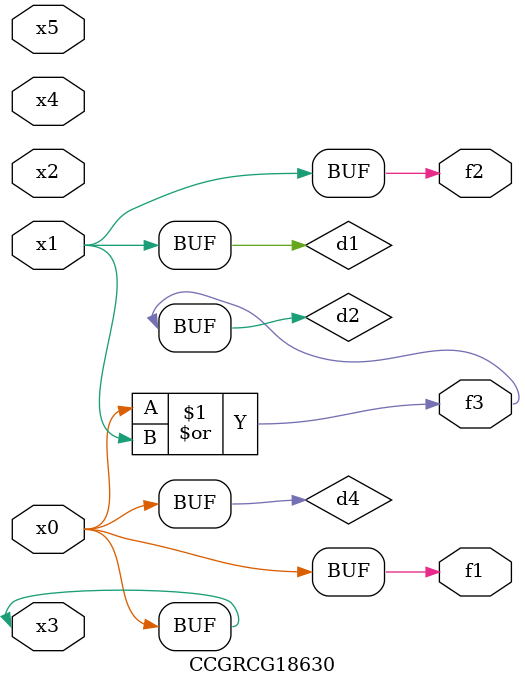
<source format=v>
module CCGRCG18630(
	input x0, x1, x2, x3, x4, x5,
	output f1, f2, f3
);

	wire d1, d2, d3, d4;

	and (d1, x1);
	or (d2, x0, x1);
	nand (d3, x0, x5);
	buf (d4, x0, x3);
	assign f1 = d4;
	assign f2 = d1;
	assign f3 = d2;
endmodule

</source>
